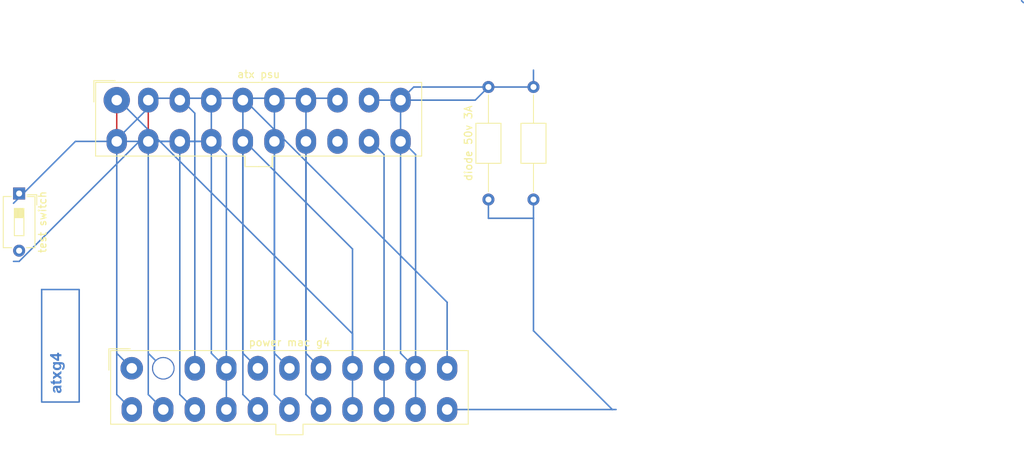
<source format=kicad_pcb>
(kicad_pcb (version 20240108) (generator "pcbnew") (generator_version "8.0")
  (layers (0 "F.Cu" signal) (31 "B.Cu" signal) (34 "B.Paste" user) (35 "F.Paste" user) (36 "B.SilkS" user "B.Silkscreen") (37 "F.SilkS" user "F.Silkscreen") (38 "B.Mask" user) (39 "F.Mask" user) (44 "Edge.Cuts" user))
  (net 0 "")
  (footprint "Button_Switch_THT:SW_DIP_SPSTx01_Slide_6.7x4.1mm_W7.62mm_P2.54mm_LowProfile" (layer "F.Cu") (at 74.5 62.2 -90)
    (property "Reference" "test switch" (at 3.81 -3.11 90) (layer "F.SilkS"))
    (property "Value" "SW_DIP_SPSTx01_Slide_6.7x4.1mm_W7.62mm_P2.54mm_LowProfile" (hide yes))
    (fp_line (start 0.4 2.11) (end 7.221 2.11) (stroke (width 0.12)) (layer "F.SilkS"))
    (fp_line (start 0.4 1.04) (end 0.4 2.11) (stroke (width 0.12)) (layer "F.SilkS"))
    (fp_line (start 7.221 0.99) (end 7.221 2.11) (stroke (width 0.12)) (layer "F.SilkS"))
    (fp_line (start 2 0.635) (end 5.62 0.635) (stroke (width 0.12)) (layer "F.SilkS"))
    (fp_line (start 5.62 0.635) (end 5.62 -0.635) (stroke (width 0.12)) (layer "F.SilkS"))
    (fp_line (start 2 0.565) (end 3.206667 0.565) (stroke (width 0.12)) (layer "F.SilkS"))
    (fp_line (start 2 0.445) (end 3.206667 0.445) (stroke (width 0.12)) (layer "F.SilkS"))
    (fp_line (start 2 0.325) (end 3.206667 0.325) (stroke (width 0.12)) (layer "F.SilkS"))
    (fp_line (start 2 0.205) (end 3.206667 0.205) (stroke (width 0.12)) (layer "F.SilkS"))
    (fp_line (start 2 0.085) (end 3.206667 0.085) (stroke (width 0.12)) (layer "F.SilkS"))
    (fp_line (start 2 -0.035) (end 3.206667 -0.035) (stroke (width 0.12)) (layer "F.SilkS"))
    (fp_line (start 2 -0.155) (end 3.206667 -0.155) (stroke (width 0.12)) (layer "F.SilkS"))
    (fp_line (start 2 -0.275) (end 3.206667 -0.275) (stroke (width 0.12)) (layer "F.SilkS"))
    (fp_line (start 2 -0.395) (end 3.206667 -0.395) (stroke (width 0.12)) (layer "F.SilkS"))
    (fp_line (start 2 -0.515) (end 3.206667 -0.515) (stroke (width 0.12)) (layer "F.SilkS"))
    (fp_line (start 2 -0.635) (end 2 0.635) (stroke (width 0.12)) (layer "F.SilkS"))
    (fp_line (start 3.206667 -0.635) (end 3.206667 0.635) (stroke (width 0.12)) (layer "F.SilkS"))
    (fp_line (start 5.62 -0.635) (end 2 -0.635) (stroke (width 0.12)) (layer "F.SilkS"))
    (fp_line (start 0.4 -2.11) (end 0.4 -1.04) (stroke (width 0.12)) (layer "F.SilkS"))
    (fp_line (start 0.4 -2.11) (end 7.221 -2.11) (stroke (width 0.12)) (layer "F.SilkS"))
    (fp_line (start 7.221 -2.11) (end 7.221 -0.99) (stroke (width 0.12)) (layer "F.SilkS"))
    (fp_line (start 0.16 -2.35) (end 0.16 -1.04) (stroke (width 0.12)) (layer "F.SilkS"))
    (fp_line (start 0.16 -2.35) (end 1.543 -2.35) (stroke (width 0.12)) (layer "F.SilkS"))
    (pad "1" thru_hole rect (at 0 0 270) (size 1.6 1.6) (drill 0.8) (layers "*.Cu" "*.Mask"))
    (pad "2" thru_hole oval (at 7.62 0 270) (size 1.6 1.6) (drill 0.8) (layers "*.Cu" "*.Mask"))
  )
  (footprint "Connector_Molex:Molex_Mini-Fit_Jr_5566-22A_2x11_P4.20mm_Vertical" (layer "F.Cu") (at 89.5 85.5)
    (property "Reference" "power mac g4" (at 21 -3.45 0) (layer "F.SilkS"))
    (property "Value" "Molex_Mini-Fit_Jr_5566-22A_2x11_P4.20mm_Vertical")
    (fp_line (start -3.05 -2.6) (end -3.05 0.25) (stroke (width 0.12)) (layer "F.SilkS"))
    (fp_line (start -2.81 -2.36) (end -2.81 7.46) (stroke (width 0.12)) (layer "F.SilkS"))
    (fp_line (start -2.81 7.46) (end 19.19 7.46) (stroke (width 0.12)) (layer "F.SilkS"))
    (fp_line (start -0.2 -2.6) (end -3.05 -2.6) (stroke (width 0.12)) (layer "F.SilkS"))
    (fp_line (start 19.19 7.46) (end 19.19 8.86) (stroke (width 0.12)) (layer "F.SilkS"))
    (fp_line (start 19.19 8.86) (end 21 8.86) (stroke (width 0.12)) (layer "F.SilkS"))
    (fp_line (start 21 -2.36) (end -2.81 -2.36) (stroke (width 0.12)) (layer "F.SilkS"))
    (fp_line (start 21 -2.36) (end 44.81 -2.36) (stroke (width 0.12)) (layer "F.SilkS"))
    (fp_line (start 22.81 7.46) (end 22.81 8.86) (stroke (width 0.12)) (layer "F.SilkS"))
    (fp_line (start 22.81 8.86) (end 21 8.86) (stroke (width 0.12)) (layer "F.SilkS"))
    (fp_line (start 44.81 -2.36) (end 44.81 7.46) (stroke (width 0.12)) (layer "F.SilkS"))
    (fp_line (start 44.81 7.46) (end 22.81 7.46) (stroke (width 0.12)) (layer "F.SilkS"))
    (pad "1" thru_hole circle (at 0 0) (size 3 3) (drill 1.4) (layers "*.Cu" "B.Mask"))
    (pad "2" thru_hole circle (at 4.2 0) (size 3 3) (drill 2.7) (layers "*.Cu" "*.Mask"))
    (pad "3" thru_hole oval (at 8.4 0) (size 2.7 3.3) (drill 1.4) (layers "*.Cu" "*.Mask"))
    (pad "4" thru_hole oval (at 12.6 0) (size 2.7 3.3) (drill 1.4) (layers "*.Cu" "*.Mask"))
    (pad "5" thru_hole oval (at 16.8 0) (size 2.7 3.3) (drill 1.4) (layers "*.Cu" "*.Mask"))
    (pad "6" thru_hole oval (at 21 0) (size 2.7 3.3) (drill 1.4) (layers "*.Cu" "*.Mask"))
    (pad "7" thru_hole oval (at 25.2 0) (size 2.7 3.3) (drill 1.4) (layers "*.Cu" "*.Mask"))
    (pad "8" thru_hole oval (at 29.4 0) (size 2.7 3.3) (drill 1.4) (layers "*.Cu" "*.Mask"))
    (pad "9" thru_hole oval (at 33.6 0) (size 2.7 3.3) (drill 1.4) (layers "*.Cu" "*.Mask"))
    (pad "10" thru_hole oval (at 37.8 0) (size 2.7 3.3) (drill 1.4) (layers "*.Cu" "*.Mask"))
    (pad "11" thru_hole oval (at 42 0) (size 2.7 3.3) (drill 1.4) (layers "*.Cu" "*.Mask"))
    (pad "12" thru_hole oval (at 0 5.5) (size 2.7 3.3) (drill 1.4) (layers "*.Cu" "*.Mask"))
    (pad "13" thru_hole oval (at 4.2 5.5) (size 2.7 3.3) (drill 1.4) (layers "*.Cu" "*.Mask"))
    (pad "14" thru_hole oval (at 8.4 5.5) (size 2.7 3.3) (drill 1.4) (layers "*.Cu" "*.Mask"))
    (pad "15" thru_hole oval (at 12.6 5.5) (size 2.7 3.3) (drill 1.4) (layers "*.Cu" "*.Mask"))
    (pad "16" thru_hole oval (at 16.8 5.5) (size 2.7 3.3) (drill 1.4) (layers "*.Cu" "*.Mask"))
    (pad "17" thru_hole oval (at 21 5.5) (size 2.7 3.3) (drill 1.4) (layers "*.Cu" "*.Mask"))
    (pad "18" thru_hole oval (at 25.2 5.5) (size 2.7 3.3) (drill 1.4) (layers "*.Cu" "*.Mask"))
    (pad "19" thru_hole oval (at 29.4 5.5) (size 2.7 3.3) (drill 1.4) (layers "*.Cu" "*.Mask"))
    (pad "20" thru_hole oval (at 33.6 5.5) (size 2.7 3.3) (drill 1.4) (layers "*.Cu" "*.Mask"))
    (pad "21" thru_hole oval (at 37.8 5.5) (size 2.7 3.3) (drill 1.4) (layers "*.Cu" "*.Mask"))
    (pad "22" thru_hole oval (at 42 5.5) (size 2.7 3.3) (drill 1.4) (layers "*.Cu" "*.Mask"))
  )
  (footprint "Capacitor_THT:C_Axial_L5.1mm_D3.1mm_P15.00mm_Horizontal" (layer "F.Cu") (at 137 63 90)
    (property "Reference" "diode 50v 3A" (at 7.5 -2.67 270) (layer "F.SilkS"))
    (property "Value" "C_Axial_L5.1mm_D3.1mm_P15.00mm_Horizontal" (hide yes))
    (fp_line (start 10.17 -1.67) (end 4.83 -1.67) (stroke (width 0.12)) (layer "F.SilkS"))
    (fp_line (start 4.83 -1.67) (end 4.83 1.67) (stroke (width 0.12)) (layer "F.SilkS"))
    (fp_line (start 13.96 0) (end 10.17 0) (stroke (width 0.12)) (layer "F.SilkS"))
    (fp_line (start 1.04 0) (end 4.83 0) (stroke (width 0.12)) (layer "F.SilkS"))
    (fp_line (start 10.17 1.67) (end 10.17 -1.67) (stroke (width 0.12)) (layer "F.SilkS"))
    (fp_line (start 4.83 1.67) (end 10.17 1.67) (stroke (width 0.12)) (layer "F.SilkS"))
    (pad "1" thru_hole circle (at 0 0 90) (size 1.6 1.6) (drill 0.8) (layers "*.Cu" "*.Mask"))
    (pad "2" thru_hole oval (at 15 0 90) (size 1.6 1.6) (drill 0.8) (layers "*.Cu" "*.Mask"))
  )
  (footprint "Capacitor_THT:C_Axial_L5.1mm_D3.1mm_P15.00mm_Horizontal" (layer "F.Cu") (at 143 48 -90)
    (property "Reference" "diode 50v 3A" (hide yes))
    (property "Value" "C_Axial_L5.1mm_D3.1mm_P15.00mm_Horizontal" (hide yes))
    (fp_line (start 4.83 1.67) (end 10.17 1.67) (stroke (width 0.12)) (layer "F.SilkS"))
    (fp_line (start 10.17 1.67) (end 10.17 -1.67) (stroke (width 0.12)) (layer "F.SilkS"))
    (fp_line (start 1.04 0) (end 4.83 0) (stroke (width 0.12)) (layer "F.SilkS"))
    (fp_line (start 13.96 0) (end 10.17 0) (stroke (width 0.12)) (layer "F.SilkS"))
    (fp_line (start 4.83 -1.67) (end 4.83 1.67) (stroke (width 0.12)) (layer "F.SilkS"))
    (fp_line (start 10.17 -1.67) (end 4.83 -1.67) (stroke (width 0.12)) (layer "F.SilkS"))
    (pad "1" thru_hole circle (at 0 0 270) (size 1.6 1.6) (drill 0.8) (layers "*.Cu" "*.Mask"))
    (pad "2" thru_hole oval (at 15 0 270) (size 1.6 1.6) (drill 0.8) (layers "*.Cu" "*.Mask"))
  )
  (footprint "Connector_Molex:Molex_Mini-Fit_Jr_5566-20A_2x10_P4.20mm_Vertical" (layer "F.Cu") (at 87.5 49.75)
    (property "Reference" "atx psu" (at 18.9 -3.45 0) (layer "F.SilkS"))
    (property "Value" "Molex_Mini-Fit_Jr_5566-20A_2x10_P4.20mm_Vertical")
    (fp_line (start -3.05 -2.6) (end -3.05 0.25) (stroke (width 0.12)) (layer "F.SilkS"))
    (fp_line (start -2.81 -2.36) (end -2.81 7.46) (stroke (width 0.12)) (layer "F.SilkS"))
    (fp_line (start -2.81 7.46) (end 17.09 7.46) (stroke (width 0.12)) (layer "F.SilkS"))
    (fp_line (start -0.2 -2.6) (end -3.05 -2.6) (stroke (width 0.12)) (layer "F.SilkS"))
    (fp_line (start 17.09 7.46) (end 17.09 8.86) (stroke (width 0.12)) (layer "F.SilkS"))
    (fp_line (start 17.09 8.86) (end 18.9 8.86) (stroke (width 0.12)) (layer "F.SilkS"))
    (fp_line (start 18.9 -2.36) (end -2.81 -2.36) (stroke (width 0.12)) (layer "F.SilkS"))
    (fp_line (start 18.9 -2.36) (end 40.61 -2.36) (stroke (width 0.12)) (layer "F.SilkS"))
    (fp_line (start 20.71 7.46) (end 20.71 8.86) (stroke (width 0.12)) (layer "F.SilkS"))
    (fp_line (start 20.71 8.86) (end 18.9 8.86) (stroke (width 0.12)) (layer "F.SilkS"))
    (fp_line (start 40.61 -2.36) (end 40.61 7.46) (stroke (width 0.12)) (layer "F.SilkS"))
    (fp_line (start 40.61 7.46) (end 20.71 7.46) (stroke (width 0.12)) (layer "F.SilkS"))
    (pad "1" thru_hole circle (at 0 0) (size 3.5 3.5) (drill 1.4) (layers "*.Cu" "*.Mask"))
    (pad "2" thru_hole oval (at 4.2 0) (size 2.7 3.3) (drill 1.4) (layers "*.Cu" "*.Mask"))
    (pad "3" thru_hole oval (at 8.4 0) (size 2.7 3.3) (drill 1.4) (layers "*.Cu" "*.Mask"))
    (pad "4" thru_hole oval (at 12.6 0) (size 2.7 3.3) (drill 1.4) (layers "*.Cu" "*.Mask"))
    (pad "5" thru_hole oval (at 16.8 0) (size 2.7 3.3) (drill 1.4) (layers "*.Cu" "*.Mask"))
    (pad "6" thru_hole oval (at 21 0) (size 2.7 3.3) (drill 1.4) (layers "*.Cu" "*.Mask"))
    (pad "7" thru_hole oval (at 25.2 0) (size 2.7 3.3) (drill 1.4) (layers "*.Cu" "*.Mask"))
    (pad "8" thru_hole oval (at 29.4 0) (size 2.7 3.3) (drill 1.4) (layers "*.Cu" "*.Mask"))
    (pad "9" thru_hole oval (at 33.6 0) (size 2.7 3.3) (drill 1.4) (layers "*.Cu" "*.Mask"))
    (pad "10" thru_hole oval (at 37.8 0) (size 2.7 3.3) (drill 1.4) (layers "*.Cu" "*.Mask"))
    (pad "11" thru_hole oval (at 0 5.5) (size 2.7 3.3) (drill 1.4) (layers "*.Cu" "*.Mask"))
    (pad "12" thru_hole oval (at 4.2 5.5) (size 2.7 3.3) (drill 1.4) (layers "*.Cu" "*.Mask"))
    (pad "13" thru_hole oval (at 8.4 5.5) (size 2.7 3.3) (drill 1.4) (layers "*.Cu" "*.Mask"))
    (pad "14" thru_hole oval (at 12.6 5.5) (size 2.7 3.3) (drill 1.4) (layers "*.Cu" "*.Mask"))
    (pad "15" thru_hole oval (at 16.8 5.5) (size 2.7 3.3) (drill 1.4) (layers "*.Cu" "*.Mask"))
    (pad "16" thru_hole oval (at 21 5.5) (size 2.7 3.3) (drill 1.4) (layers "*.Cu" "*.Mask"))
    (pad "17" thru_hole oval (at 25.2 5.5) (size 2.7 3.3) (drill 1.4) (layers "*.Cu" "*.Mask"))
    (pad "18" thru_hole oval (at 29.4 5.5) (size 2.7 3.3) (drill 1.4) (layers "*.Cu" "*.Mask"))
    (pad "19" thru_hole oval (at 33.6 5.5) (size 2.7 3.3) (drill 1.4) (layers "*.Cu" "*.Mask"))
    (pad "20" thru_hole oval (at 37.8 5.5) (size 2.7 3.3) (drill 1.4) (layers "*.Cu" "*.Mask"))
  )
  (gr_text_box "atxg4" (start 77.5 75) (end 82.5 90) (angle 90) (layer "B.Cu") (effects (font (size 1.5 1.5) (thickness 0.3) (bold yes)) (justify left top)) (border yes) (stroke (width 0.2)))
  (segment (start 87.5 49.5) (end 87.5 83.5) (width 0.2) (layer "F.Cu") (net 0))
  (segment (start 91.7 49.5) (end 91.7 83.5) (width 0.2) (layer "F.Cu") (net 0))
  (segment (start 82 55.25) (end 73.75 63.5) (width 0.2) (layer "B.Cu") (net 0))
  (segment (start 93 49.5) (end 87.5 55) (width 0.2) (layer "B.Cu") (net 0))
  (segment (start 116.9 49.5) (end 93 49.5) (width 0.2) (layer "B.Cu") (net 0))
  (segment (start 131.5 85.5) (end 131.5 76.7) (width 0.2) (layer "B.Cu") (net 0))
  (segment (start 112.7 83.5) (end 114.7 85.5) (width 0.2) (layer "B.Cu") (net 0))
  (segment (start 118.9 91) (end 118.9 69.6) (width 0.2) (layer "B.Cu") (net 0))
  (segment (start 127.3 57) (end 125.3 55) (width 0.2) (layer "B.Cu") (net 0))
  (segment (start 127.3 91) (end 127.3 57) (width 0.2) (layer "B.Cu") (net 0))
  (segment (start 97.9 85.5) (end 97.9 51.5) (width 0.2) (layer "B.Cu") (net 0))
  (segment (start 127.05 48) (end 125.3 49.75) (width 0.2) (layer "B.Cu") (net 0))
  (segment (start 123.1 91) (end 123.1 57) (width 0.2) (layer "B.Cu") (net 0))
  (segment (start 123.1 57) (end 121.1 55) (width 0.2) (layer "B.Cu") (net 0))
  (segment (start 208 36.5) (end 208.25 36.75) (width 0.2) (layer "B.Cu") (net 0))
  (segment (start 104.3 89) (end 106.3 91) (width 0.2) (layer "B.Cu") (net 0))
  (segment (start 102.1 91) (end 102.1 57) (width 0.2) (layer "B.Cu") (net 0))
  (segment (start 118.9 85.5) (end 118.9 80.9) (width 0.2) (layer "B.Cu") (net 0))
  (segment (start 87.5 83.5) (end 89.5 85.5) (width 0.2) (layer "B.Cu") (net 0))
  (segment (start 74.5 71.25) (end 73.75 71.25) (width 0.2) (layer "B.Cu") (net 0))
  (segment (start 143 65.5) (end 143 80.5) (width 0.2) (layer "B.Cu") (net 0))
  (segment (start 112.7 89) (end 114.7 91) (width 0.2) (layer "B.Cu") (net 0))
  (segment (start 102.1 57) (end 100.1 55) (width 0.2) (layer "B.Cu") (net 0))
  (segment (start 100.1 55.25) (end 90.5 55.25) (width 0.2) (layer "B.Cu") (net 0))
  (segment (start 137 63) (end 137 65.5) (width 0.2) (layer "B.Cu") (net 0))
  (segment (start 153.5 91) (end 131.5 91) (width 0.2) (layer "B.Cu") (net 0))
  (segment (start 125.3 83.5) (end 127.3 85.5) (width 0.2) (layer "B.Cu") (net 0))
  (segment (start 90.5 55.25) (end 74.5 71.25) (width 0.2) (layer "B.Cu") (net 0))
  (segment (start 108.5 83.5) (end 110.5 85.5) (width 0.2) (layer "B.Cu") (net 0))
  (segment (start 143 48) (end 143 45.75) (width 0.2) (layer "B.Cu") (net 0))
  (segment (start 125.3 49.5) (end 125.3 83.5) (width 0.2) (layer "B.Cu") (net 0))
  (segment (start 87.5 89) (end 89.5 91) (width 0.2) (layer "B.Cu") (net 0))
  (segment (start 118.9 69.6) (end 104.3 55) (width 0.2) (layer "B.Cu") (net 0))
  (segment (start 108.5 49.5) (end 108.5 83.5) (width 0.2) (layer "B.Cu") (net 0))
  (segment (start 143 80.5) (end 153.5 91) (width 0.2) (layer "B.Cu") (net 0))
  (segment (start 100.1 49.5) (end 100.1 83.5) (width 0.2) (layer "B.Cu") (net 0))
  (segment (start 121.1 49.5) (end 121.5 49.5) (width 0.2) (layer "B.Cu") (net 0))
  (segment (start 95.9 56.35) (end 95.9 55.25) (width 0.2) (layer "B.Cu") (net 0))
  (segment (start 118.9 80.9) (end 87.5 49.5) (width 0.2) (layer "B.Cu") (net 0))
  (segment (start 95.9 55) (end 95.9 89) (width 0.2) (layer "B.Cu") (net 0))
  (segment (start 100.1 55.25) (end 97 55.25) (width 0.2) (layer "B.Cu") (net 0))
  (segment (start 95.9 55.25) (end 82 55.25) (width 0.2) (layer "B.Cu") (net 0))
  (segment (start 97 55.25) (end 95.9 56.35) (width 0.2) (layer "B.Cu") (net 0))
  (segment (start 87.5 55) (end 87.5 89) (width 0.2) (layer "B.Cu") (net 0))
  (segment (start 135.25 49.75) (end 137 48) (width 0.2) (layer "B.Cu") (net 0))
  (segment (start 91.7 89) (end 93.7 91) (width 0.2) (layer "B.Cu") (net 0))
  (segment (start 100.1 83.5) (end 102.1 85.5) (width 0.2) (layer "B.Cu") (net 0))
  (segment (start 104.3 49.5) (end 104.3 83.5) (width 0.2) (layer "B.Cu") (net 0))
  (segment (start 108.5 89) (end 110.5 91) (width 0.2) (layer "B.Cu") (net 0))
  (segment (start 108.5 55) (end 108.5 89) (width 0.2) (layer "B.Cu") (net 0))
  (segment (start 137 65.5) (end 143 65.5) (width 0.2) (layer "B.Cu") (net 0))
  (segment (start 143 48) (end 127.05 48) (width 0.2) (layer "B.Cu") (net 0))
  (segment (start 97.9 51.5) (end 95.9 49.5) (width 0.2) (layer "B.Cu") (net 0))
  (segment (start 95.9 89) (end 97.9 91) (width 0.2) (layer "B.Cu") (net 0))
  (segment (start 154 91) (end 153.5 91) (width 0.2) (layer "B.Cu") (net 0))
  (segment (start 112.7 49.5) (end 112.7 83.5) (width 0.2) (layer "B.Cu") (net 0))
  (segment (start 104.3 83.5) (end 106.3 85.5) (width 0.2) (layer "B.Cu") (net 0))
  (segment (start 91.7 83.5) (end 93.7 85.5) (width 0.2) (layer "B.Cu") (net 0))
  (segment (start 121.1 49.75) (end 135.25 49.75) (width 0.2) (layer "B.Cu") (net 0))
  (segment (start 91.7 55) (end 91.7 89) (width 0.2) (layer "B.Cu") (net 0))
  (segment (start 104.3 55) (end 104.3 89) (width 0.2) (layer "B.Cu") (net 0))
  (segment (start 131.5 76.7) (end 104.3 49.5) (width 0.2) (layer "B.Cu") (net 0))
  (segment (start 143 65.5) (end 143 63) (width 0.2) (layer "B.Cu") (net 0))
  (segment (start 112.7 55) (end 112.7 89) (width 0.2) (layer "B.Cu") (net 0))
)
</source>
